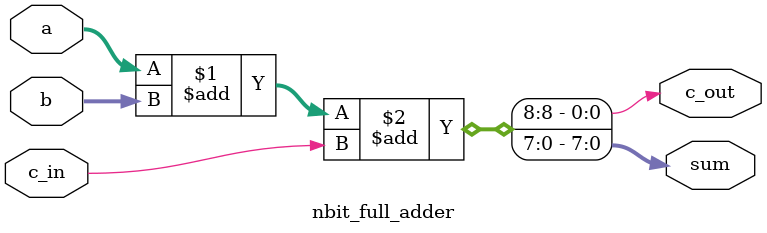
<source format=v>
module nbit_full_adder(input[N-1:0]a,b,input c_in,output [N-1:0]sum,output c_out);
parameter N=8;
assign{c_out,sum}=a+b+c_in;
endmodule

</source>
